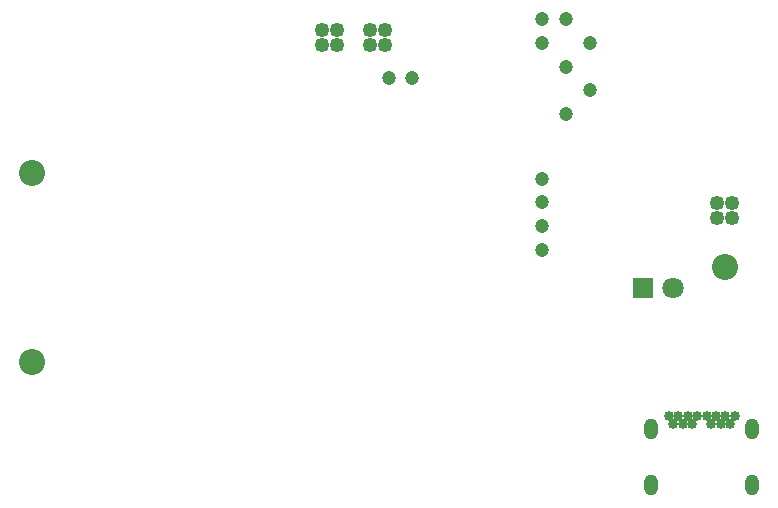
<source format=gbs>
G04 Layer_Color=16711935*
%FSLAX25Y25*%
%MOIN*%
G70*
G01*
G75*
%ADD81C,0.04737*%
%ADD87C,0.04934*%
%ADD88C,0.07099*%
%ADD89R,0.07099X0.07099*%
%ADD90C,0.03359*%
%ADD91O,0.04737X0.07099*%
%ADD92C,0.08674*%
D81*
X204724Y92520D02*
D03*
Y100394D02*
D03*
Y108268D02*
D03*
Y116142D02*
D03*
X220472Y145669D02*
D03*
X212598Y137795D02*
D03*
Y153543D02*
D03*
X220472Y161417D02*
D03*
X212598Y169291D02*
D03*
X204724Y161417D02*
D03*
X161417Y149606D02*
D03*
X153543D02*
D03*
X204724Y169291D02*
D03*
D87*
X268035Y103209D02*
D03*
X263035D02*
D03*
X268035Y108209D02*
D03*
X263035D02*
D03*
X131358Y160886D02*
D03*
Y165886D02*
D03*
X136358Y160886D02*
D03*
Y165886D02*
D03*
X147106Y160886D02*
D03*
Y165886D02*
D03*
X152106Y160886D02*
D03*
Y165886D02*
D03*
D88*
X248124Y79724D02*
D03*
D89*
X238124D02*
D03*
D90*
X256299Y37126D02*
D03*
X259449D02*
D03*
X253150D02*
D03*
X262598D02*
D03*
X250000D02*
D03*
X265748D02*
D03*
X246850D02*
D03*
X268898D02*
D03*
X254724Y34370D02*
D03*
X261024Y34370D02*
D03*
X251575Y34370D02*
D03*
X264173Y34370D02*
D03*
X248425Y34370D02*
D03*
X267323D02*
D03*
D91*
X274685Y32598D02*
D03*
X241063D02*
D03*
X274685Y13976D02*
D03*
X241063D02*
D03*
D92*
X265620Y86614D02*
D03*
X34449Y118110D02*
D03*
Y55118D02*
D03*
M02*

</source>
